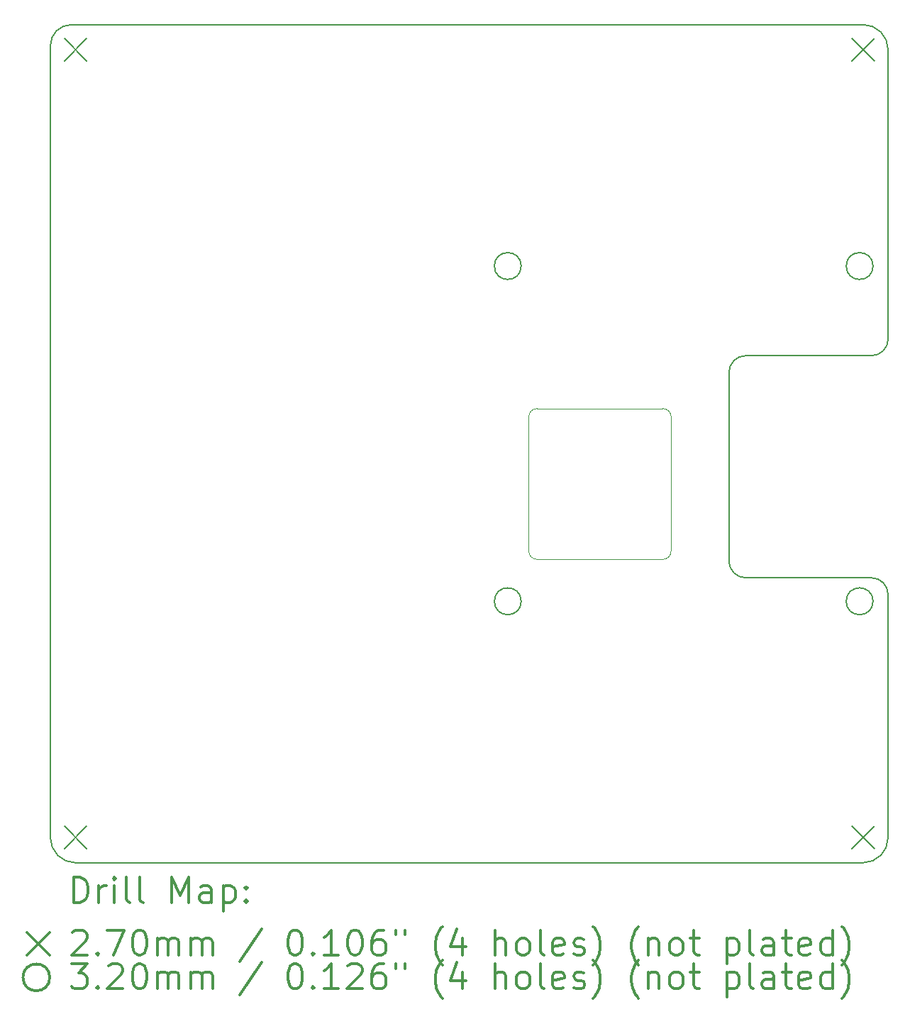
<source format=gbr>
%FSLAX45Y45*%
G04 Gerber Fmt 4.5, Leading zero omitted, Abs format (unit mm)*
G04 Created by KiCad (PCBNEW 5.1.2-f72e74a~84~ubuntu18.04.1) date 2019-06-18 18:41:50*
%MOMM*%
%LPD*%
G04 APERTURE LIST*
%ADD10C,0.150000*%
%ADD11C,0.100000*%
%ADD12C,0.200000*%
%ADD13C,0.300000*%
G04 APERTURE END LIST*
D10*
X8100000Y-4150000D02*
X8100000Y-6400000D01*
X8300000Y-3950000D02*
X9800000Y-3950000D01*
X8100000Y-4150000D02*
G75*
G02X8300000Y-3950000I200000J0D01*
G01*
X8300000Y-6600000D02*
X9800000Y-6600000D01*
X8300000Y-6600000D02*
G75*
G02X8100000Y-6400000I0J200000D01*
G01*
X10000000Y-6800000D02*
X10000000Y-9700000D01*
X9800000Y-6600000D02*
G75*
G02X10000000Y-6800000I0J-200000D01*
G01*
X10000000Y-3750000D02*
G75*
G02X9800000Y-3950000I-200000J0D01*
G01*
X9700000Y0D02*
G75*
G02X10000000Y-300000I0J-300000D01*
G01*
D11*
X7410000Y-6280000D02*
G75*
G02X7310000Y-6380000I-100000J0D01*
G01*
X5810000Y-6380000D02*
G75*
G02X5710000Y-6280000I0J100000D01*
G01*
X5710000Y-4680000D02*
G75*
G02X5810000Y-4580000I100000J0D01*
G01*
X7310000Y-4580000D02*
G75*
G02X7410000Y-4680000I0J-100000D01*
G01*
X5710000Y-6280000D02*
X5710000Y-4680000D01*
X7310000Y-6380000D02*
X5810000Y-6380000D01*
X7410000Y-4680000D02*
X7410000Y-6280000D01*
X5810000Y-4580000D02*
X7310000Y-4580000D01*
D10*
X10000000Y-9700000D02*
G75*
G02X9700000Y-10000000I-300000J0D01*
G01*
X300000Y-10000000D02*
G75*
G02X0Y-9700000I0J300000D01*
G01*
X10000000Y-3750000D02*
X10000000Y-300000D01*
X300000Y-10000000D02*
X9700000Y-10000000D01*
X0Y-250000D02*
G75*
G02X250000Y0I250000J0D01*
G01*
X9700000Y0D02*
X250000Y0D01*
X0Y-250000D02*
X0Y-9700000D01*
D12*
X9565000Y-9565000D02*
X9835000Y-9835000D01*
X9835000Y-9565000D02*
X9565000Y-9835000D01*
X165000Y-165000D02*
X435000Y-435000D01*
X435000Y-165000D02*
X165000Y-435000D01*
X9565000Y-165000D02*
X9835000Y-435000D01*
X9835000Y-165000D02*
X9565000Y-435000D01*
X165000Y-9565000D02*
X435000Y-9835000D01*
X435000Y-9565000D02*
X165000Y-9835000D01*
X5620000Y-2880000D02*
G75*
G03X5620000Y-2880000I-160000J0D01*
G01*
X5620000Y-6880000D02*
G75*
G03X5620000Y-6880000I-160000J0D01*
G01*
X9820000Y-2880000D02*
G75*
G03X9820000Y-2880000I-160000J0D01*
G01*
X9820000Y-6880000D02*
G75*
G03X9820000Y-6880000I-160000J0D01*
G01*
D13*
X278928Y-10473214D02*
X278928Y-10173214D01*
X350357Y-10173214D01*
X393214Y-10187500D01*
X421786Y-10216072D01*
X436071Y-10244643D01*
X450357Y-10301786D01*
X450357Y-10344643D01*
X436071Y-10401786D01*
X421786Y-10430357D01*
X393214Y-10458929D01*
X350357Y-10473214D01*
X278928Y-10473214D01*
X578928Y-10473214D02*
X578928Y-10273214D01*
X578928Y-10330357D02*
X593214Y-10301786D01*
X607500Y-10287500D01*
X636071Y-10273214D01*
X664643Y-10273214D01*
X764643Y-10473214D02*
X764643Y-10273214D01*
X764643Y-10173214D02*
X750357Y-10187500D01*
X764643Y-10201786D01*
X778928Y-10187500D01*
X764643Y-10173214D01*
X764643Y-10201786D01*
X950357Y-10473214D02*
X921786Y-10458929D01*
X907500Y-10430357D01*
X907500Y-10173214D01*
X1107500Y-10473214D02*
X1078928Y-10458929D01*
X1064643Y-10430357D01*
X1064643Y-10173214D01*
X1450357Y-10473214D02*
X1450357Y-10173214D01*
X1550357Y-10387500D01*
X1650357Y-10173214D01*
X1650357Y-10473214D01*
X1921786Y-10473214D02*
X1921786Y-10316072D01*
X1907500Y-10287500D01*
X1878928Y-10273214D01*
X1821786Y-10273214D01*
X1793214Y-10287500D01*
X1921786Y-10458929D02*
X1893214Y-10473214D01*
X1821786Y-10473214D01*
X1793214Y-10458929D01*
X1778928Y-10430357D01*
X1778928Y-10401786D01*
X1793214Y-10373214D01*
X1821786Y-10358929D01*
X1893214Y-10358929D01*
X1921786Y-10344643D01*
X2064643Y-10273214D02*
X2064643Y-10573214D01*
X2064643Y-10287500D02*
X2093214Y-10273214D01*
X2150357Y-10273214D01*
X2178928Y-10287500D01*
X2193214Y-10301786D01*
X2207500Y-10330357D01*
X2207500Y-10416072D01*
X2193214Y-10444643D01*
X2178928Y-10458929D01*
X2150357Y-10473214D01*
X2093214Y-10473214D01*
X2064643Y-10458929D01*
X2336071Y-10444643D02*
X2350357Y-10458929D01*
X2336071Y-10473214D01*
X2321786Y-10458929D01*
X2336071Y-10444643D01*
X2336071Y-10473214D01*
X2336071Y-10287500D02*
X2350357Y-10301786D01*
X2336071Y-10316072D01*
X2321786Y-10301786D01*
X2336071Y-10287500D01*
X2336071Y-10316072D01*
X-277500Y-10832500D02*
X-7500Y-11102500D01*
X-7500Y-10832500D02*
X-277500Y-11102500D01*
X264643Y-10831786D02*
X278928Y-10817500D01*
X307500Y-10803214D01*
X378928Y-10803214D01*
X407500Y-10817500D01*
X421786Y-10831786D01*
X436071Y-10860357D01*
X436071Y-10888929D01*
X421786Y-10931786D01*
X250357Y-11103214D01*
X436071Y-11103214D01*
X564643Y-11074643D02*
X578928Y-11088929D01*
X564643Y-11103214D01*
X550357Y-11088929D01*
X564643Y-11074643D01*
X564643Y-11103214D01*
X678928Y-10803214D02*
X878928Y-10803214D01*
X750357Y-11103214D01*
X1050357Y-10803214D02*
X1078928Y-10803214D01*
X1107500Y-10817500D01*
X1121786Y-10831786D01*
X1136071Y-10860357D01*
X1150357Y-10917500D01*
X1150357Y-10988929D01*
X1136071Y-11046072D01*
X1121786Y-11074643D01*
X1107500Y-11088929D01*
X1078928Y-11103214D01*
X1050357Y-11103214D01*
X1021786Y-11088929D01*
X1007500Y-11074643D01*
X993214Y-11046072D01*
X978928Y-10988929D01*
X978928Y-10917500D01*
X993214Y-10860357D01*
X1007500Y-10831786D01*
X1021786Y-10817500D01*
X1050357Y-10803214D01*
X1278928Y-11103214D02*
X1278928Y-10903214D01*
X1278928Y-10931786D02*
X1293214Y-10917500D01*
X1321786Y-10903214D01*
X1364643Y-10903214D01*
X1393214Y-10917500D01*
X1407500Y-10946072D01*
X1407500Y-11103214D01*
X1407500Y-10946072D02*
X1421786Y-10917500D01*
X1450357Y-10903214D01*
X1493214Y-10903214D01*
X1521786Y-10917500D01*
X1536071Y-10946072D01*
X1536071Y-11103214D01*
X1678928Y-11103214D02*
X1678928Y-10903214D01*
X1678928Y-10931786D02*
X1693214Y-10917500D01*
X1721786Y-10903214D01*
X1764643Y-10903214D01*
X1793214Y-10917500D01*
X1807500Y-10946072D01*
X1807500Y-11103214D01*
X1807500Y-10946072D02*
X1821786Y-10917500D01*
X1850357Y-10903214D01*
X1893214Y-10903214D01*
X1921786Y-10917500D01*
X1936071Y-10946072D01*
X1936071Y-11103214D01*
X2521786Y-10788929D02*
X2264643Y-11174643D01*
X2907500Y-10803214D02*
X2936071Y-10803214D01*
X2964643Y-10817500D01*
X2978928Y-10831786D01*
X2993214Y-10860357D01*
X3007500Y-10917500D01*
X3007500Y-10988929D01*
X2993214Y-11046072D01*
X2978928Y-11074643D01*
X2964643Y-11088929D01*
X2936071Y-11103214D01*
X2907500Y-11103214D01*
X2878928Y-11088929D01*
X2864643Y-11074643D01*
X2850357Y-11046072D01*
X2836071Y-10988929D01*
X2836071Y-10917500D01*
X2850357Y-10860357D01*
X2864643Y-10831786D01*
X2878928Y-10817500D01*
X2907500Y-10803214D01*
X3136071Y-11074643D02*
X3150357Y-11088929D01*
X3136071Y-11103214D01*
X3121786Y-11088929D01*
X3136071Y-11074643D01*
X3136071Y-11103214D01*
X3436071Y-11103214D02*
X3264643Y-11103214D01*
X3350357Y-11103214D02*
X3350357Y-10803214D01*
X3321786Y-10846072D01*
X3293214Y-10874643D01*
X3264643Y-10888929D01*
X3621786Y-10803214D02*
X3650357Y-10803214D01*
X3678928Y-10817500D01*
X3693214Y-10831786D01*
X3707500Y-10860357D01*
X3721786Y-10917500D01*
X3721786Y-10988929D01*
X3707500Y-11046072D01*
X3693214Y-11074643D01*
X3678928Y-11088929D01*
X3650357Y-11103214D01*
X3621786Y-11103214D01*
X3593214Y-11088929D01*
X3578928Y-11074643D01*
X3564643Y-11046072D01*
X3550357Y-10988929D01*
X3550357Y-10917500D01*
X3564643Y-10860357D01*
X3578928Y-10831786D01*
X3593214Y-10817500D01*
X3621786Y-10803214D01*
X3978928Y-10803214D02*
X3921786Y-10803214D01*
X3893214Y-10817500D01*
X3878928Y-10831786D01*
X3850357Y-10874643D01*
X3836071Y-10931786D01*
X3836071Y-11046072D01*
X3850357Y-11074643D01*
X3864643Y-11088929D01*
X3893214Y-11103214D01*
X3950357Y-11103214D01*
X3978928Y-11088929D01*
X3993214Y-11074643D01*
X4007500Y-11046072D01*
X4007500Y-10974643D01*
X3993214Y-10946072D01*
X3978928Y-10931786D01*
X3950357Y-10917500D01*
X3893214Y-10917500D01*
X3864643Y-10931786D01*
X3850357Y-10946072D01*
X3836071Y-10974643D01*
X4121786Y-10803214D02*
X4121786Y-10860357D01*
X4236071Y-10803214D02*
X4236071Y-10860357D01*
X4678928Y-11217500D02*
X4664643Y-11203214D01*
X4636071Y-11160357D01*
X4621786Y-11131786D01*
X4607500Y-11088929D01*
X4593214Y-11017500D01*
X4593214Y-10960357D01*
X4607500Y-10888929D01*
X4621786Y-10846072D01*
X4636071Y-10817500D01*
X4664643Y-10774643D01*
X4678928Y-10760357D01*
X4921786Y-10903214D02*
X4921786Y-11103214D01*
X4850357Y-10788929D02*
X4778928Y-11003214D01*
X4964643Y-11003214D01*
X5307500Y-11103214D02*
X5307500Y-10803214D01*
X5436071Y-11103214D02*
X5436071Y-10946072D01*
X5421786Y-10917500D01*
X5393214Y-10903214D01*
X5350357Y-10903214D01*
X5321786Y-10917500D01*
X5307500Y-10931786D01*
X5621786Y-11103214D02*
X5593214Y-11088929D01*
X5578928Y-11074643D01*
X5564643Y-11046072D01*
X5564643Y-10960357D01*
X5578928Y-10931786D01*
X5593214Y-10917500D01*
X5621786Y-10903214D01*
X5664643Y-10903214D01*
X5693214Y-10917500D01*
X5707500Y-10931786D01*
X5721786Y-10960357D01*
X5721786Y-11046072D01*
X5707500Y-11074643D01*
X5693214Y-11088929D01*
X5664643Y-11103214D01*
X5621786Y-11103214D01*
X5893214Y-11103214D02*
X5864643Y-11088929D01*
X5850357Y-11060357D01*
X5850357Y-10803214D01*
X6121786Y-11088929D02*
X6093214Y-11103214D01*
X6036071Y-11103214D01*
X6007500Y-11088929D01*
X5993214Y-11060357D01*
X5993214Y-10946072D01*
X6007500Y-10917500D01*
X6036071Y-10903214D01*
X6093214Y-10903214D01*
X6121786Y-10917500D01*
X6136071Y-10946072D01*
X6136071Y-10974643D01*
X5993214Y-11003214D01*
X6250357Y-11088929D02*
X6278928Y-11103214D01*
X6336071Y-11103214D01*
X6364643Y-11088929D01*
X6378928Y-11060357D01*
X6378928Y-11046072D01*
X6364643Y-11017500D01*
X6336071Y-11003214D01*
X6293214Y-11003214D01*
X6264643Y-10988929D01*
X6250357Y-10960357D01*
X6250357Y-10946072D01*
X6264643Y-10917500D01*
X6293214Y-10903214D01*
X6336071Y-10903214D01*
X6364643Y-10917500D01*
X6478928Y-11217500D02*
X6493214Y-11203214D01*
X6521786Y-11160357D01*
X6536071Y-11131786D01*
X6550357Y-11088929D01*
X6564643Y-11017500D01*
X6564643Y-10960357D01*
X6550357Y-10888929D01*
X6536071Y-10846072D01*
X6521786Y-10817500D01*
X6493214Y-10774643D01*
X6478928Y-10760357D01*
X7021786Y-11217500D02*
X7007500Y-11203214D01*
X6978928Y-11160357D01*
X6964643Y-11131786D01*
X6950357Y-11088929D01*
X6936071Y-11017500D01*
X6936071Y-10960357D01*
X6950357Y-10888929D01*
X6964643Y-10846072D01*
X6978928Y-10817500D01*
X7007500Y-10774643D01*
X7021786Y-10760357D01*
X7136071Y-10903214D02*
X7136071Y-11103214D01*
X7136071Y-10931786D02*
X7150357Y-10917500D01*
X7178928Y-10903214D01*
X7221786Y-10903214D01*
X7250357Y-10917500D01*
X7264643Y-10946072D01*
X7264643Y-11103214D01*
X7450357Y-11103214D02*
X7421786Y-11088929D01*
X7407500Y-11074643D01*
X7393214Y-11046072D01*
X7393214Y-10960357D01*
X7407500Y-10931786D01*
X7421786Y-10917500D01*
X7450357Y-10903214D01*
X7493214Y-10903214D01*
X7521786Y-10917500D01*
X7536071Y-10931786D01*
X7550357Y-10960357D01*
X7550357Y-11046072D01*
X7536071Y-11074643D01*
X7521786Y-11088929D01*
X7493214Y-11103214D01*
X7450357Y-11103214D01*
X7636071Y-10903214D02*
X7750357Y-10903214D01*
X7678928Y-10803214D02*
X7678928Y-11060357D01*
X7693214Y-11088929D01*
X7721786Y-11103214D01*
X7750357Y-11103214D01*
X8078928Y-10903214D02*
X8078928Y-11203214D01*
X8078928Y-10917500D02*
X8107500Y-10903214D01*
X8164643Y-10903214D01*
X8193214Y-10917500D01*
X8207500Y-10931786D01*
X8221786Y-10960357D01*
X8221786Y-11046072D01*
X8207500Y-11074643D01*
X8193214Y-11088929D01*
X8164643Y-11103214D01*
X8107500Y-11103214D01*
X8078928Y-11088929D01*
X8393214Y-11103214D02*
X8364643Y-11088929D01*
X8350357Y-11060357D01*
X8350357Y-10803214D01*
X8636071Y-11103214D02*
X8636071Y-10946072D01*
X8621786Y-10917500D01*
X8593214Y-10903214D01*
X8536071Y-10903214D01*
X8507500Y-10917500D01*
X8636071Y-11088929D02*
X8607500Y-11103214D01*
X8536071Y-11103214D01*
X8507500Y-11088929D01*
X8493214Y-11060357D01*
X8493214Y-11031786D01*
X8507500Y-11003214D01*
X8536071Y-10988929D01*
X8607500Y-10988929D01*
X8636071Y-10974643D01*
X8736071Y-10903214D02*
X8850357Y-10903214D01*
X8778928Y-10803214D02*
X8778928Y-11060357D01*
X8793214Y-11088929D01*
X8821786Y-11103214D01*
X8850357Y-11103214D01*
X9064643Y-11088929D02*
X9036071Y-11103214D01*
X8978928Y-11103214D01*
X8950357Y-11088929D01*
X8936071Y-11060357D01*
X8936071Y-10946072D01*
X8950357Y-10917500D01*
X8978928Y-10903214D01*
X9036071Y-10903214D01*
X9064643Y-10917500D01*
X9078928Y-10946072D01*
X9078928Y-10974643D01*
X8936071Y-11003214D01*
X9336071Y-11103214D02*
X9336071Y-10803214D01*
X9336071Y-11088929D02*
X9307500Y-11103214D01*
X9250357Y-11103214D01*
X9221786Y-11088929D01*
X9207500Y-11074643D01*
X9193214Y-11046072D01*
X9193214Y-10960357D01*
X9207500Y-10931786D01*
X9221786Y-10917500D01*
X9250357Y-10903214D01*
X9307500Y-10903214D01*
X9336071Y-10917500D01*
X9450357Y-11217500D02*
X9464643Y-11203214D01*
X9493214Y-11160357D01*
X9507500Y-11131786D01*
X9521786Y-11088929D01*
X9536071Y-11017500D01*
X9536071Y-10960357D01*
X9521786Y-10888929D01*
X9507500Y-10846072D01*
X9493214Y-10817500D01*
X9464643Y-10774643D01*
X9450357Y-10760357D01*
X-7500Y-11367500D02*
G75*
G03X-7500Y-11367500I-160000J0D01*
G01*
X250357Y-11203214D02*
X436071Y-11203214D01*
X336071Y-11317500D01*
X378928Y-11317500D01*
X407500Y-11331786D01*
X421786Y-11346071D01*
X436071Y-11374643D01*
X436071Y-11446071D01*
X421786Y-11474643D01*
X407500Y-11488929D01*
X378928Y-11503214D01*
X293214Y-11503214D01*
X264643Y-11488929D01*
X250357Y-11474643D01*
X564643Y-11474643D02*
X578928Y-11488929D01*
X564643Y-11503214D01*
X550357Y-11488929D01*
X564643Y-11474643D01*
X564643Y-11503214D01*
X693214Y-11231786D02*
X707500Y-11217500D01*
X736071Y-11203214D01*
X807500Y-11203214D01*
X836071Y-11217500D01*
X850357Y-11231786D01*
X864643Y-11260357D01*
X864643Y-11288929D01*
X850357Y-11331786D01*
X678928Y-11503214D01*
X864643Y-11503214D01*
X1050357Y-11203214D02*
X1078928Y-11203214D01*
X1107500Y-11217500D01*
X1121786Y-11231786D01*
X1136071Y-11260357D01*
X1150357Y-11317500D01*
X1150357Y-11388929D01*
X1136071Y-11446071D01*
X1121786Y-11474643D01*
X1107500Y-11488929D01*
X1078928Y-11503214D01*
X1050357Y-11503214D01*
X1021786Y-11488929D01*
X1007500Y-11474643D01*
X993214Y-11446071D01*
X978928Y-11388929D01*
X978928Y-11317500D01*
X993214Y-11260357D01*
X1007500Y-11231786D01*
X1021786Y-11217500D01*
X1050357Y-11203214D01*
X1278928Y-11503214D02*
X1278928Y-11303214D01*
X1278928Y-11331786D02*
X1293214Y-11317500D01*
X1321786Y-11303214D01*
X1364643Y-11303214D01*
X1393214Y-11317500D01*
X1407500Y-11346071D01*
X1407500Y-11503214D01*
X1407500Y-11346071D02*
X1421786Y-11317500D01*
X1450357Y-11303214D01*
X1493214Y-11303214D01*
X1521786Y-11317500D01*
X1536071Y-11346071D01*
X1536071Y-11503214D01*
X1678928Y-11503214D02*
X1678928Y-11303214D01*
X1678928Y-11331786D02*
X1693214Y-11317500D01*
X1721786Y-11303214D01*
X1764643Y-11303214D01*
X1793214Y-11317500D01*
X1807500Y-11346071D01*
X1807500Y-11503214D01*
X1807500Y-11346071D02*
X1821786Y-11317500D01*
X1850357Y-11303214D01*
X1893214Y-11303214D01*
X1921786Y-11317500D01*
X1936071Y-11346071D01*
X1936071Y-11503214D01*
X2521786Y-11188929D02*
X2264643Y-11574643D01*
X2907500Y-11203214D02*
X2936071Y-11203214D01*
X2964643Y-11217500D01*
X2978928Y-11231786D01*
X2993214Y-11260357D01*
X3007500Y-11317500D01*
X3007500Y-11388929D01*
X2993214Y-11446071D01*
X2978928Y-11474643D01*
X2964643Y-11488929D01*
X2936071Y-11503214D01*
X2907500Y-11503214D01*
X2878928Y-11488929D01*
X2864643Y-11474643D01*
X2850357Y-11446071D01*
X2836071Y-11388929D01*
X2836071Y-11317500D01*
X2850357Y-11260357D01*
X2864643Y-11231786D01*
X2878928Y-11217500D01*
X2907500Y-11203214D01*
X3136071Y-11474643D02*
X3150357Y-11488929D01*
X3136071Y-11503214D01*
X3121786Y-11488929D01*
X3136071Y-11474643D01*
X3136071Y-11503214D01*
X3436071Y-11503214D02*
X3264643Y-11503214D01*
X3350357Y-11503214D02*
X3350357Y-11203214D01*
X3321786Y-11246071D01*
X3293214Y-11274643D01*
X3264643Y-11288929D01*
X3550357Y-11231786D02*
X3564643Y-11217500D01*
X3593214Y-11203214D01*
X3664643Y-11203214D01*
X3693214Y-11217500D01*
X3707500Y-11231786D01*
X3721786Y-11260357D01*
X3721786Y-11288929D01*
X3707500Y-11331786D01*
X3536071Y-11503214D01*
X3721786Y-11503214D01*
X3978928Y-11203214D02*
X3921786Y-11203214D01*
X3893214Y-11217500D01*
X3878928Y-11231786D01*
X3850357Y-11274643D01*
X3836071Y-11331786D01*
X3836071Y-11446071D01*
X3850357Y-11474643D01*
X3864643Y-11488929D01*
X3893214Y-11503214D01*
X3950357Y-11503214D01*
X3978928Y-11488929D01*
X3993214Y-11474643D01*
X4007500Y-11446071D01*
X4007500Y-11374643D01*
X3993214Y-11346071D01*
X3978928Y-11331786D01*
X3950357Y-11317500D01*
X3893214Y-11317500D01*
X3864643Y-11331786D01*
X3850357Y-11346071D01*
X3836071Y-11374643D01*
X4121786Y-11203214D02*
X4121786Y-11260357D01*
X4236071Y-11203214D02*
X4236071Y-11260357D01*
X4678928Y-11617500D02*
X4664643Y-11603214D01*
X4636071Y-11560357D01*
X4621786Y-11531786D01*
X4607500Y-11488929D01*
X4593214Y-11417500D01*
X4593214Y-11360357D01*
X4607500Y-11288929D01*
X4621786Y-11246071D01*
X4636071Y-11217500D01*
X4664643Y-11174643D01*
X4678928Y-11160357D01*
X4921786Y-11303214D02*
X4921786Y-11503214D01*
X4850357Y-11188929D02*
X4778928Y-11403214D01*
X4964643Y-11403214D01*
X5307500Y-11503214D02*
X5307500Y-11203214D01*
X5436071Y-11503214D02*
X5436071Y-11346071D01*
X5421786Y-11317500D01*
X5393214Y-11303214D01*
X5350357Y-11303214D01*
X5321786Y-11317500D01*
X5307500Y-11331786D01*
X5621786Y-11503214D02*
X5593214Y-11488929D01*
X5578928Y-11474643D01*
X5564643Y-11446071D01*
X5564643Y-11360357D01*
X5578928Y-11331786D01*
X5593214Y-11317500D01*
X5621786Y-11303214D01*
X5664643Y-11303214D01*
X5693214Y-11317500D01*
X5707500Y-11331786D01*
X5721786Y-11360357D01*
X5721786Y-11446071D01*
X5707500Y-11474643D01*
X5693214Y-11488929D01*
X5664643Y-11503214D01*
X5621786Y-11503214D01*
X5893214Y-11503214D02*
X5864643Y-11488929D01*
X5850357Y-11460357D01*
X5850357Y-11203214D01*
X6121786Y-11488929D02*
X6093214Y-11503214D01*
X6036071Y-11503214D01*
X6007500Y-11488929D01*
X5993214Y-11460357D01*
X5993214Y-11346071D01*
X6007500Y-11317500D01*
X6036071Y-11303214D01*
X6093214Y-11303214D01*
X6121786Y-11317500D01*
X6136071Y-11346071D01*
X6136071Y-11374643D01*
X5993214Y-11403214D01*
X6250357Y-11488929D02*
X6278928Y-11503214D01*
X6336071Y-11503214D01*
X6364643Y-11488929D01*
X6378928Y-11460357D01*
X6378928Y-11446071D01*
X6364643Y-11417500D01*
X6336071Y-11403214D01*
X6293214Y-11403214D01*
X6264643Y-11388929D01*
X6250357Y-11360357D01*
X6250357Y-11346071D01*
X6264643Y-11317500D01*
X6293214Y-11303214D01*
X6336071Y-11303214D01*
X6364643Y-11317500D01*
X6478928Y-11617500D02*
X6493214Y-11603214D01*
X6521786Y-11560357D01*
X6536071Y-11531786D01*
X6550357Y-11488929D01*
X6564643Y-11417500D01*
X6564643Y-11360357D01*
X6550357Y-11288929D01*
X6536071Y-11246071D01*
X6521786Y-11217500D01*
X6493214Y-11174643D01*
X6478928Y-11160357D01*
X7021786Y-11617500D02*
X7007500Y-11603214D01*
X6978928Y-11560357D01*
X6964643Y-11531786D01*
X6950357Y-11488929D01*
X6936071Y-11417500D01*
X6936071Y-11360357D01*
X6950357Y-11288929D01*
X6964643Y-11246071D01*
X6978928Y-11217500D01*
X7007500Y-11174643D01*
X7021786Y-11160357D01*
X7136071Y-11303214D02*
X7136071Y-11503214D01*
X7136071Y-11331786D02*
X7150357Y-11317500D01*
X7178928Y-11303214D01*
X7221786Y-11303214D01*
X7250357Y-11317500D01*
X7264643Y-11346071D01*
X7264643Y-11503214D01*
X7450357Y-11503214D02*
X7421786Y-11488929D01*
X7407500Y-11474643D01*
X7393214Y-11446071D01*
X7393214Y-11360357D01*
X7407500Y-11331786D01*
X7421786Y-11317500D01*
X7450357Y-11303214D01*
X7493214Y-11303214D01*
X7521786Y-11317500D01*
X7536071Y-11331786D01*
X7550357Y-11360357D01*
X7550357Y-11446071D01*
X7536071Y-11474643D01*
X7521786Y-11488929D01*
X7493214Y-11503214D01*
X7450357Y-11503214D01*
X7636071Y-11303214D02*
X7750357Y-11303214D01*
X7678928Y-11203214D02*
X7678928Y-11460357D01*
X7693214Y-11488929D01*
X7721786Y-11503214D01*
X7750357Y-11503214D01*
X8078928Y-11303214D02*
X8078928Y-11603214D01*
X8078928Y-11317500D02*
X8107500Y-11303214D01*
X8164643Y-11303214D01*
X8193214Y-11317500D01*
X8207500Y-11331786D01*
X8221786Y-11360357D01*
X8221786Y-11446071D01*
X8207500Y-11474643D01*
X8193214Y-11488929D01*
X8164643Y-11503214D01*
X8107500Y-11503214D01*
X8078928Y-11488929D01*
X8393214Y-11503214D02*
X8364643Y-11488929D01*
X8350357Y-11460357D01*
X8350357Y-11203214D01*
X8636071Y-11503214D02*
X8636071Y-11346071D01*
X8621786Y-11317500D01*
X8593214Y-11303214D01*
X8536071Y-11303214D01*
X8507500Y-11317500D01*
X8636071Y-11488929D02*
X8607500Y-11503214D01*
X8536071Y-11503214D01*
X8507500Y-11488929D01*
X8493214Y-11460357D01*
X8493214Y-11431786D01*
X8507500Y-11403214D01*
X8536071Y-11388929D01*
X8607500Y-11388929D01*
X8636071Y-11374643D01*
X8736071Y-11303214D02*
X8850357Y-11303214D01*
X8778928Y-11203214D02*
X8778928Y-11460357D01*
X8793214Y-11488929D01*
X8821786Y-11503214D01*
X8850357Y-11503214D01*
X9064643Y-11488929D02*
X9036071Y-11503214D01*
X8978928Y-11503214D01*
X8950357Y-11488929D01*
X8936071Y-11460357D01*
X8936071Y-11346071D01*
X8950357Y-11317500D01*
X8978928Y-11303214D01*
X9036071Y-11303214D01*
X9064643Y-11317500D01*
X9078928Y-11346071D01*
X9078928Y-11374643D01*
X8936071Y-11403214D01*
X9336071Y-11503214D02*
X9336071Y-11203214D01*
X9336071Y-11488929D02*
X9307500Y-11503214D01*
X9250357Y-11503214D01*
X9221786Y-11488929D01*
X9207500Y-11474643D01*
X9193214Y-11446071D01*
X9193214Y-11360357D01*
X9207500Y-11331786D01*
X9221786Y-11317500D01*
X9250357Y-11303214D01*
X9307500Y-11303214D01*
X9336071Y-11317500D01*
X9450357Y-11617500D02*
X9464643Y-11603214D01*
X9493214Y-11560357D01*
X9507500Y-11531786D01*
X9521786Y-11488929D01*
X9536071Y-11417500D01*
X9536071Y-11360357D01*
X9521786Y-11288929D01*
X9507500Y-11246071D01*
X9493214Y-11217500D01*
X9464643Y-11174643D01*
X9450357Y-11160357D01*
M02*

</source>
